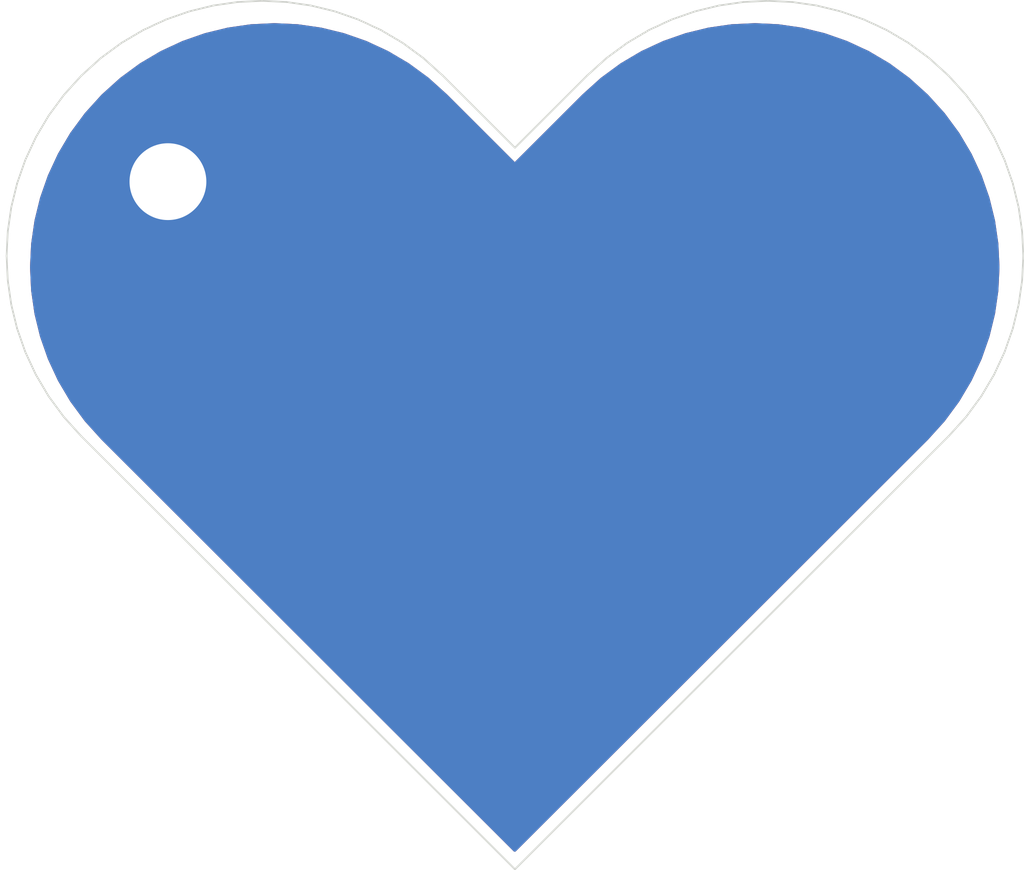
<source format=kicad_pcb>
(kicad_pcb (version 4) (host pcbnew 4.0.7)
  (layers (0 F.Cu signal) (31 B.Cu signal) (34 B.Paste user) (35 F.Paste user) (36 B.SilkS user) (37 F.SilkS user) (38 B.Mask user) (39 F.Mask user) (44 Edge.Cuts user))
  (net 0 "")
  (module Mounting_Holes:MountingHole_4.5mm_Pad (layer F.Cu) (at 158.496 68.072)
    (fp_text reference REF** hide)
    (fp_text value MountingHole_4.5mm_Pad)
    (pad 1 thru_hole circle (at 0 0) (size 9 9) (drill 4.5) (layers *.Cu *.Mask))
  )
  (module pcb_resources:frontside (layer F.Cu) (at 178.816 83.058)
    (fp_text reference svg2mod hide)
    (fp_text value G*** hide)
    (fp_poly (pts (xy -14.082385 -24.178388) (xy -15.445492 -24.113429) (xy -16.798646 -23.918025) (xy -18.131893 -23.593227) (xy -19.434231 -23.137984) (xy -20.696756 -22.552823) (xy -21.908465 -21.837742) (xy -23.059405 -20.992741) (xy -24.139623 -20.017821) (xy -25.115591 -18.939174) (xy -25.962163 -17.789806) (xy -26.678292 -16.579668) (xy -27.263977 -15.319239) (xy -27.719743 -14.018473) (xy -28.04559 -12.687321) (xy -28.240993 -11.336263) (xy -28.305953 -9.974728) (xy -28.240993 -8.613192) (xy -28.046114 -7.26161) (xy -27.720791 -5.930459) (xy -27.265549 -4.629692) (xy -26.679863 -3.369263) (xy -25.964258 -2.159126) (xy -25.11821 -1.009234) (xy -24.142242 0.069937) (xy -0.000263 24.178388) (xy 24.142241 0.069937) (xy 25.118209 -1.009234) (xy 25.964258 -2.158602) (xy 26.679863 -3.36874) (xy 27.265548 -4.629692) (xy 27.720789 -5.930459) (xy 28.046111 -7.26161) (xy 28.240992 -8.613192) (xy 28.305953 -9.974728) (xy 28.240467 -11.33574) (xy 28.045065 -12.687321) (xy 27.719743 -14.018473) (xy 27.263976 -15.319239) (xy 26.677766 -16.579668) (xy 25.962161 -17.789806) (xy 25.115588 -18.939174) (xy 24.139098 -20.017821) (xy 23.058881 -20.992741) (xy 21.907939 -21.837742) (xy 20.69623 -22.552823) (xy 19.434229 -23.137984) (xy 18.131367 -23.593227) (xy 16.798645 -23.918025) (xy 15.445491 -24.113429) (xy 14.081859 -24.178388) (xy 12.718752 -24.113952) (xy 11.365599 -23.919073) (xy 10.032353 -23.594274) (xy 8.729491 -23.139556) (xy 7.466967 -22.554918) (xy 6.255258 -21.839837) (xy 5.104316 -20.99536) (xy 4.023574 -20.02044) (xy -0.000263 -16.002365) (xy -4.023577 -20.02044) (xy -5.104318 -20.99536) (xy -6.255259 -21.839837) (xy -7.467491 -22.554918) (xy -8.729492 -23.139556) (xy -10.032354 -23.594274) (xy -11.365601 -23.919073) (xy -12.718754 -24.113952) (xy -14.082385 -24.178388)) (layer F.Cu) (width 0.188584))
  )
  (module pcb_resources:backside (layer B.Cu) (at 178.816 83.058 180)
    (fp_text reference svg2mod hide)
    (fp_text value G*** hide)
    (fp_poly (pts (xy -14.082385 24.178388) (xy -15.445492 24.113429) (xy -16.798646 23.918025) (xy -18.131893 23.593227) (xy -19.434231 23.137984) (xy -20.696756 22.552823) (xy -21.908465 21.837742) (xy -23.059405 20.992741) (xy -24.139623 20.017821) (xy -25.115591 18.939174) (xy -25.962163 17.789806) (xy -26.678292 16.579668) (xy -27.263977 15.319239) (xy -27.719743 14.018473) (xy -28.04559 12.687321) (xy -28.240993 11.336263) (xy -28.305953 9.974728) (xy -28.240993 8.613192) (xy -28.046114 7.26161) (xy -27.720791 5.930459) (xy -27.265549 4.629692) (xy -26.679863 3.369263) (xy -25.964258 2.159126) (xy -25.11821 1.009234) (xy -24.142242 -0.069937) (xy -0.000263 -24.178388) (xy 24.142241 -0.069937) (xy 25.118209 1.009234) (xy 25.964258 2.158602) (xy 26.679863 3.36874) (xy 27.265548 4.629692) (xy 27.720789 5.930459) (xy 28.046111 7.26161) (xy 28.240992 8.613192) (xy 28.305953 9.974728) (xy 28.240467 11.33574) (xy 28.045065 12.687321) (xy 27.719743 14.018473) (xy 27.263976 15.319239) (xy 26.677766 16.579668) (xy 25.962161 17.789806) (xy 25.115588 18.939174) (xy 24.139098 20.017821) (xy 23.058881 20.992741) (xy 21.907939 21.837742) (xy 20.69623 22.552823) (xy 19.434229 23.137984) (xy 18.131367 23.593227) (xy 16.798645 23.918025) (xy 15.445491 24.113429) (xy 14.081859 24.178388) (xy 12.718752 24.113952) (xy 11.365599 23.919073) (xy 10.032353 23.594274) (xy 8.729491 23.139556) (xy 7.466967 22.554918) (xy 6.255258 21.839837) (xy 5.104316 20.99536) (xy 4.023574 20.02044) (xy -0.000263 16.002365) (xy -4.023577 20.02044) (xy -5.104318 20.99536) (xy -6.255259 21.839837) (xy -7.467491 22.554918) (xy -8.729492 23.139556) (xy -10.032354 23.594274) (xy -11.365601 23.919073) (xy -12.718754 24.113952) (xy -14.082385 24.178388)) (layer B.Cu) (width 0.188584))
  )
  (module CustomFootprintArtworkLibrary:face (layer B.Cu) (at 175.006 85.09 180)
    (fp_text reference G*** hide)
    (fp_text value LOGO hide)
  )
  (gr_line (start 192.209464 57.547301) (end 193.643999 57.479121) (layer Edge.Cuts) (width 0.1))
  (gr_line (start 174.59309 61.854172) (end 178.826797 66.081953) (layer Edge.Cuts) (width 0.1))
  (gr_line (start 173.456193 60.828579) (end 174.59309 61.854172) (layer Edge.Cuts) (width 0.1))
  (gr_line (start 168.270717 58.093963) (end 169.641501 58.572457) (layer Edge.Cuts) (width 0.1))
  (gr_line (start 164.009598 57.479098) (end 165.444132 57.547286) (layer Edge.Cuts) (width 0.1))
  (gr_line (start 166.868049 57.75224) (end 168.270717 58.093963) (layer Edge.Cuts) (width 0.1))
  (gr_line (start 155.775025 59.941976) (end 157.04992 59.1896) (layer Edge.Cuts) (width 0.1))
  (gr_line (start 186.68383 59.187724) (end 188.012094 58.57246) (layer Edge.Cuts) (width 0.1))
  (gr_line (start 161.151225 57.753016) (end 162.575085 57.547676) (layer Edge.Cuts) (width 0.1))
  (gr_line (start 184.197401 60.828579) (end 185.408721 59.939763) (layer Edge.Cuts) (width 0.1))
  (gr_line (start 200.603687 59.189698) (end 201.878583 59.942099) (layer Edge.Cuts) (width 0.1))
  (gr_line (start 199.275597 58.574058) (end 200.603687 59.189698) (layer Edge.Cuts) (width 0.1))
  (gr_line (start 172.244873 59.939763) (end 173.456193 60.828579) (layer Edge.Cuts) (width 0.1))
  (gr_line (start 193.643999 57.479121) (end 195.078515 57.547708) (layer Edge.Cuts) (width 0.1))
  (gr_line (start 170.969764 59.187723) (end 172.244873 59.939763) (layer Edge.Cuts) (width 0.1))
  (gr_line (start 162.575085 57.547676) (end 164.009598 57.479098) (layer Edge.Cuts) (width 0.1))
  (gr_line (start 189.382879 58.093969) (end 190.785546 57.75225) (layer Edge.Cuts) (width 0.1))
  (gr_line (start 165.444132 57.547286) (end 166.868049 57.75224) (layer Edge.Cuts) (width 0.1))
  (gr_line (start 197.904948 58.095178) (end 199.275597 58.574058) (layer Edge.Cuts) (width 0.1))
  (gr_line (start 196.502374 57.753061) (end 197.904948 58.095178) (layer Edge.Cuts) (width 0.1))
  (gr_line (start 183.060506 61.854172) (end 184.197401 60.828579) (layer Edge.Cuts) (width 0.1))
  (gr_line (start 185.408721 59.939763) (end 186.68383 59.187724) (layer Edge.Cuts) (width 0.1))
  (gr_line (start 195.078515 57.547708) (end 196.502374 57.753061) (layer Edge.Cuts) (width 0.1))
  (gr_line (start 190.785546 57.75225) (end 192.209464 57.547301) (layer Edge.Cuts) (width 0.1))
  (gr_line (start 178.826797 66.081953) (end 183.060506 61.854172) (layer Edge.Cuts) (width 0.1))
  (gr_line (start 169.641501 58.572457) (end 170.969764 59.187723) (layer Edge.Cuts) (width 0.1))
  (gr_line (start 158.378008 58.57398) (end 159.748655 58.095119) (layer Edge.Cuts) (width 0.1))
  (gr_line (start 154.563958 60.831105) (end 155.775025 59.941976) (layer Edge.Cuts) (width 0.1))
  (gr_line (start 159.748655 58.095119) (end 161.151225 57.753016) (layer Edge.Cuts) (width 0.1))
  (gr_line (start 157.04992 59.1896) (end 158.378008 58.57398) (layer Edge.Cuts) (width 0.1))
  (gr_line (start 188.012094 58.57246) (end 189.382879 58.093969) (layer Edge.Cuts) (width 0.1))
  (gr_line (start 151.509594 64.201372) (end 152.4 62.992) (layer Edge.Cuts) (width 0.1))
  (gr_line (start 150.756138 65.474482) (end 151.509594 64.201372) (layer Edge.Cuts) (width 0.1))
  (gr_line (start 153.424357 82.993178) (end 152.397323 81.857857) (layer Edge.Cuts) (width 0.1))
  (gr_line (start 150.139634 66.800711) (end 150.756138 65.474482) (layer Edge.Cuts) (width 0.1))
  (gr_line (start 149.660082 68.16944) (end 150.139634 66.800711) (layer Edge.Cuts) (width 0.1))
  (gr_line (start 149.043161 72.424425) (end 149.111845 70.991916) (layer Edge.Cuts) (width 0.1))
  (gr_line (start 151.50726 80.648219) (end 150.754164 79.374882) (layer Edge.Cuts) (width 0.1))
  (gr_line (start 149.111436 73.856954) (end 149.043161 72.424425) (layer Edge.Cuts) (width 0.1))
  (gr_line (start 178.826797 108.360152) (end 153.424357 82.993178) (layer Edge.Cuts) (width 0.1))
  (gr_line (start 149.317487 69.570048) (end 149.660082 68.16944) (layer Edge.Cuts) (width 0.1))
  (gr_line (start 149.111845 70.991916) (end 149.317487 69.570048) (layer Edge.Cuts) (width 0.1))
  (gr_line (start 149.316674 75.278884) (end 149.111436 73.856954) (layer Edge.Cuts) (width 0.1))
  (gr_line (start 149.658874 76.679595) (end 149.316674 75.278884) (layer Edge.Cuts) (width 0.1))
  (gr_line (start 152.397323 81.857857) (end 151.50726 80.648219) (layer Edge.Cuts) (width 0.1))
  (gr_line (start 150.138036 78.048468) (end 149.658874 76.679595) (layer Edge.Cuts) (width 0.1))
  (gr_line (start 150.754164 79.374882) (end 150.138036 78.048468) (layer Edge.Cuts) (width 0.1))
  (gr_line (start 206.89944 79.375019) (end 206.146347 80.648342) (layer Edge.Cuts) (width 0.1))
  (gr_line (start 208.610444 72.4246) (end 208.542166 73.857124) (layer Edge.Cuts) (width 0.1))
  (gr_line (start 207.994731 76.679752) (end 207.515568 78.048616) (layer Edge.Cuts) (width 0.1))
  (gr_line (start 205.253614 62.992184) (end 206.144016 64.201555) (layer Edge.Cuts) (width 0.1))
  (gr_line (start 204.229254 82.993269) (end 178.826797 108.360152) (layer Edge.Cuts) (width 0.1))
  (gr_line (start 206.146347 80.648342) (end 205.256286 81.857966) (layer Edge.Cuts) (width 0.1))
  (gr_line (start 208.336121 69.570229) (end 208.541759 70.992095) (layer Edge.Cuts) (width 0.1))
  (gr_line (start 208.541759 70.992095) (end 208.610444 72.4246) (layer Edge.Cuts) (width 0.1))
  (gr_line (start 207.515568 78.048616) (end 206.89944 79.375019) (layer Edge.Cuts) (width 0.1))
  (gr_line (start 207.993526 68.169622) (end 208.336121 69.570229) (layer Edge.Cuts) (width 0.1))
  (gr_line (start 204.22626 61.857171) (end 205.253614 62.992184) (layer Edge.Cuts) (width 0.1))
  (gr_line (start 201.878583 59.942099) (end 203.089652 60.831257) (layer Edge.Cuts) (width 0.1))
  (gr_line (start 208.542166 73.857124) (end 208.336931 75.279048) (layer Edge.Cuts) (width 0.1))
  (gr_line (start 208.336931 75.279048) (end 207.994731 76.679752) (layer Edge.Cuts) (width 0.1))
  (gr_line (start 207.513974 66.800894) (end 207.993526 68.169622) (layer Edge.Cuts) (width 0.1))
  (gr_line (start 206.144016 64.201555) (end 206.89747 65.474665) (layer Edge.Cuts) (width 0.1))
  (gr_line (start 205.256286 81.857966) (end 204.229254 82.993269) (layer Edge.Cuts) (width 0.1))
  (gr_line (start 206.89747 65.474665) (end 207.513974 66.800894) (layer Edge.Cuts) (width 0.1))
  (gr_line (start 203.089652 60.831257) (end 204.22626 61.857171) (layer Edge.Cuts) (width 0.1))
  (gr_line (start 153.427354 61.856988) (end 154.563958 60.831105) (layer Edge.Cuts) (width 0.1))
  (gr_line (start 152.4 62.992) (end 153.427354 61.856988) (layer Edge.Cuts) (width 0.1))
)
</source>
